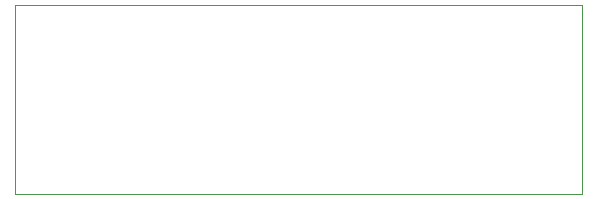
<source format=gbr>
%TF.GenerationSoftware,KiCad,Pcbnew,7.0.1*%
%TF.CreationDate,2025-01-23T23:10:33-05:00*%
%TF.ProjectId,BusChain,42757343-6861-4696-9e2e-6b696361645f,rev?*%
%TF.SameCoordinates,Original*%
%TF.FileFunction,Profile,NP*%
%FSLAX46Y46*%
G04 Gerber Fmt 4.6, Leading zero omitted, Abs format (unit mm)*
G04 Created by KiCad (PCBNEW 7.0.1) date 2025-01-23 23:10:33*
%MOMM*%
%LPD*%
G01*
G04 APERTURE LIST*
%TA.AperFunction,Profile*%
%ADD10C,0.100000*%
%TD*%
G04 APERTURE END LIST*
D10*
X20000000Y-19500000D02*
X68000000Y-19500000D01*
X68000000Y-35500000D01*
X20000000Y-35500000D01*
X20000000Y-19500000D01*
M02*

</source>
